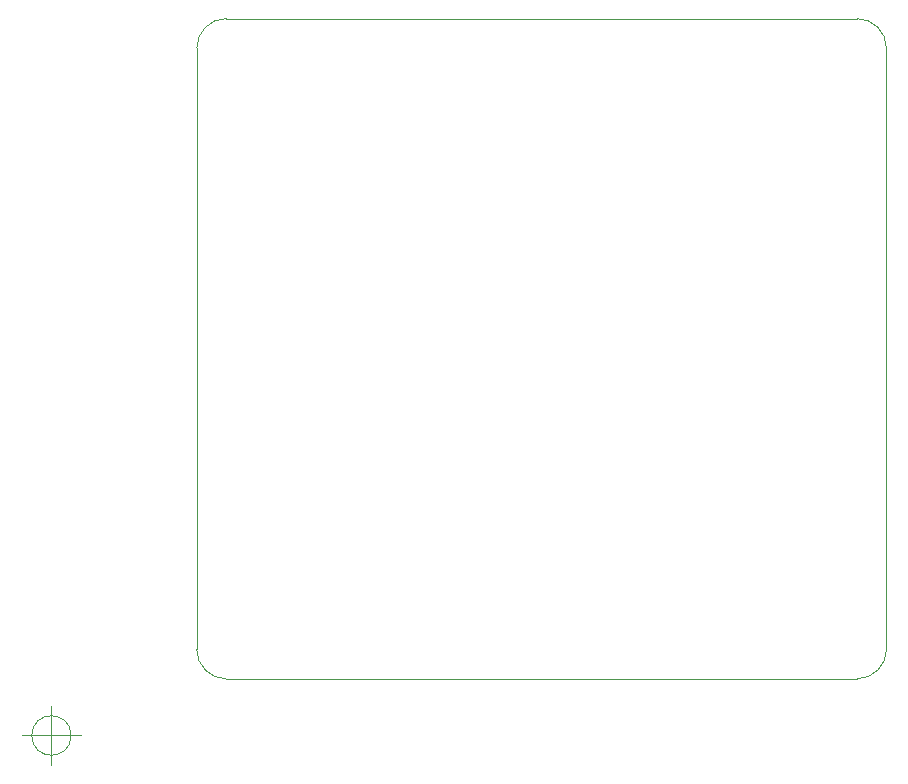
<source format=gbr>
G04 #@! TF.GenerationSoftware,KiCad,Pcbnew,(6.0.0)*
G04 #@! TF.CreationDate,2022-03-25T20:26:54+08:00*
G04 #@! TF.ProjectId,Dual-Power,4475616c-2d50-46f7-9765-722e6b696361,rev?*
G04 #@! TF.SameCoordinates,Original*
G04 #@! TF.FileFunction,Profile,NP*
%FSLAX46Y46*%
G04 Gerber Fmt 4.6, Leading zero omitted, Abs format (unit mm)*
G04 Created by KiCad (PCBNEW (6.0.0)) date 2022-03-25 20:26:54*
%MOMM*%
%LPD*%
G01*
G04 APERTURE LIST*
G04 #@! TA.AperFunction,Profile*
%ADD10C,0.050000*%
G04 #@! TD*
G04 APERTURE END LIST*
D10*
X112300000Y-112700000D02*
X112300000Y-61800000D01*
X114800000Y-59300000D02*
G75*
G03*
X112300000Y-61800000I0J-2500000D01*
G01*
X170700000Y-61800000D02*
G75*
G03*
X168200000Y-59300000I-2500000J0D01*
G01*
X168200000Y-115200000D02*
G75*
G03*
X170700000Y-112700000I0J2500000D01*
G01*
X112300000Y-112700000D02*
G75*
G03*
X114800000Y-115200000I2500000J0D01*
G01*
X114800000Y-59300000D02*
X168200000Y-59300000D01*
X168200000Y-115200000D02*
X114800000Y-115200000D01*
X170700000Y-61800000D02*
X170700000Y-112700000D01*
X101666666Y-120000000D02*
G75*
G03*
X101666666Y-120000000I-1666666J0D01*
G01*
X97500000Y-120000000D02*
X102500000Y-120000000D01*
X100000000Y-117500000D02*
X100000000Y-122500000D01*
M02*

</source>
